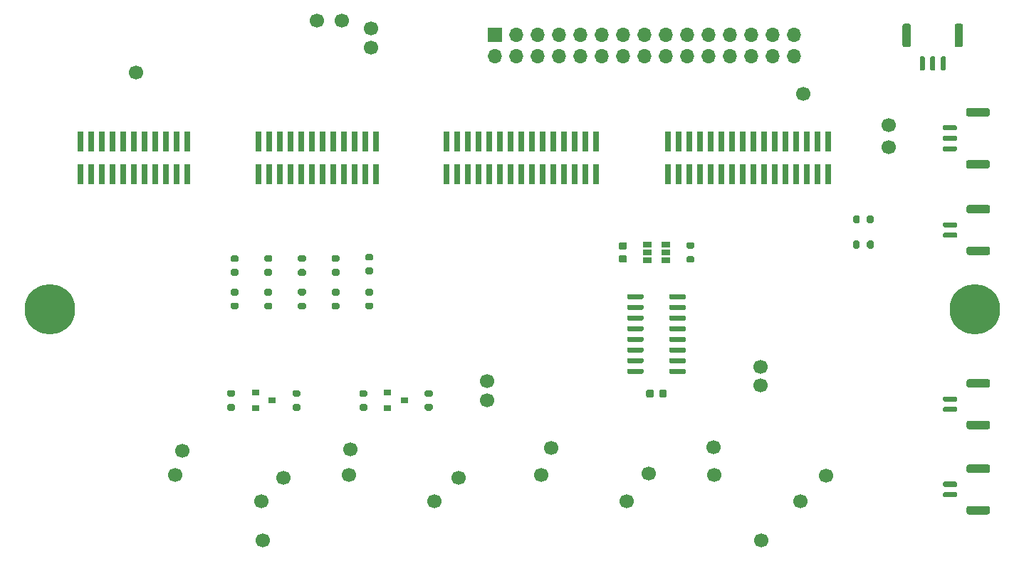
<source format=gbr>
%TF.GenerationSoftware,KiCad,Pcbnew,5.1.10-88a1d61d58~90~ubuntu20.04.1*%
%TF.CreationDate,2021-08-26T11:56:54+08:00*%
%TF.ProjectId,Syrostan-Ext-DIO,5379726f-7374-4616-9e2d-4578742d4449,rev?*%
%TF.SameCoordinates,Original*%
%TF.FileFunction,Soldermask,Bot*%
%TF.FilePolarity,Negative*%
%FSLAX46Y46*%
G04 Gerber Fmt 4.6, Leading zero omitted, Abs format (unit mm)*
G04 Created by KiCad (PCBNEW 5.1.10-88a1d61d58~90~ubuntu20.04.1) date 2021-08-26 11:56:54*
%MOMM*%
%LPD*%
G01*
G04 APERTURE LIST*
%ADD10C,6.000000*%
%ADD11R,0.740000X2.400000*%
%ADD12R,1.060000X0.650000*%
%ADD13R,0.900000X0.800000*%
%ADD14O,1.700000X1.700000*%
%ADD15R,1.700000X1.700000*%
%ADD16C,1.700000*%
G04 APERTURE END LIST*
D10*
%TO.C,REF\u002A\u002A*%
X210000000Y-104199969D03*
%TD*%
%TO.C,REF\u002A\u002A*%
X100000000Y-104199969D03*
%TD*%
D11*
%TO.C,J2*%
X165006666Y-88149969D03*
X165006666Y-84249969D03*
X163736666Y-88149969D03*
X163736666Y-84249969D03*
X162466666Y-88149969D03*
X162466666Y-84249969D03*
X161196666Y-88149969D03*
X161196666Y-84249969D03*
X159926666Y-88149969D03*
X159926666Y-84249969D03*
X158656666Y-88149969D03*
X158656666Y-84249969D03*
X157386666Y-88149969D03*
X157386666Y-84249969D03*
X156116666Y-88149969D03*
X156116666Y-84249969D03*
X154846666Y-88149969D03*
X154846666Y-84249969D03*
X153576666Y-88149969D03*
X153576666Y-84249969D03*
X152306666Y-88149969D03*
X152306666Y-84249969D03*
X151036666Y-88149969D03*
X151036666Y-84249969D03*
X149766666Y-88149969D03*
X149766666Y-84249969D03*
X148496666Y-88149969D03*
X148496666Y-84249969D03*
X147226666Y-88149969D03*
X147226666Y-84249969D03*
%TD*%
D12*
%TO.C,U2*%
X171060000Y-97440000D03*
X171060000Y-96490000D03*
X171060000Y-98390000D03*
X173260000Y-98390000D03*
X173260000Y-97440000D03*
X173260000Y-96490000D03*
%TD*%
%TO.C,R17*%
G36*
G01*
X137025000Y-115485000D02*
X137575000Y-115485000D01*
G75*
G02*
X137775000Y-115685000I0J-200000D01*
G01*
X137775000Y-116085000D01*
G75*
G02*
X137575000Y-116285000I-200000J0D01*
G01*
X137025000Y-116285000D01*
G75*
G02*
X136825000Y-116085000I0J200000D01*
G01*
X136825000Y-115685000D01*
G75*
G02*
X137025000Y-115485000I200000J0D01*
G01*
G37*
G36*
G01*
X137025000Y-113835000D02*
X137575000Y-113835000D01*
G75*
G02*
X137775000Y-114035000I0J-200000D01*
G01*
X137775000Y-114435000D01*
G75*
G02*
X137575000Y-114635000I-200000J0D01*
G01*
X137025000Y-114635000D01*
G75*
G02*
X136825000Y-114435000I0J200000D01*
G01*
X136825000Y-114035000D01*
G75*
G02*
X137025000Y-113835000I200000J0D01*
G01*
G37*
%TD*%
%TO.C,R16*%
G36*
G01*
X121305000Y-115485000D02*
X121855000Y-115485000D01*
G75*
G02*
X122055000Y-115685000I0J-200000D01*
G01*
X122055000Y-116085000D01*
G75*
G02*
X121855000Y-116285000I-200000J0D01*
G01*
X121305000Y-116285000D01*
G75*
G02*
X121105000Y-116085000I0J200000D01*
G01*
X121105000Y-115685000D01*
G75*
G02*
X121305000Y-115485000I200000J0D01*
G01*
G37*
G36*
G01*
X121305000Y-113835000D02*
X121855000Y-113835000D01*
G75*
G02*
X122055000Y-114035000I0J-200000D01*
G01*
X122055000Y-114435000D01*
G75*
G02*
X121855000Y-114635000I-200000J0D01*
G01*
X121305000Y-114635000D01*
G75*
G02*
X121105000Y-114435000I0J200000D01*
G01*
X121105000Y-114035000D01*
G75*
G02*
X121305000Y-113835000I200000J0D01*
G01*
G37*
%TD*%
%TO.C,R15*%
G36*
G01*
X145345000Y-114635000D02*
X144795000Y-114635000D01*
G75*
G02*
X144595000Y-114435000I0J200000D01*
G01*
X144595000Y-114035000D01*
G75*
G02*
X144795000Y-113835000I200000J0D01*
G01*
X145345000Y-113835000D01*
G75*
G02*
X145545000Y-114035000I0J-200000D01*
G01*
X145545000Y-114435000D01*
G75*
G02*
X145345000Y-114635000I-200000J0D01*
G01*
G37*
G36*
G01*
X145345000Y-116285000D02*
X144795000Y-116285000D01*
G75*
G02*
X144595000Y-116085000I0J200000D01*
G01*
X144595000Y-115685000D01*
G75*
G02*
X144795000Y-115485000I200000J0D01*
G01*
X145345000Y-115485000D01*
G75*
G02*
X145545000Y-115685000I0J-200000D01*
G01*
X145545000Y-116085000D01*
G75*
G02*
X145345000Y-116285000I-200000J0D01*
G01*
G37*
%TD*%
%TO.C,R14*%
G36*
G01*
X129625000Y-114635000D02*
X129075000Y-114635000D01*
G75*
G02*
X128875000Y-114435000I0J200000D01*
G01*
X128875000Y-114035000D01*
G75*
G02*
X129075000Y-113835000I200000J0D01*
G01*
X129625000Y-113835000D01*
G75*
G02*
X129825000Y-114035000I0J-200000D01*
G01*
X129825000Y-114435000D01*
G75*
G02*
X129625000Y-114635000I-200000J0D01*
G01*
G37*
G36*
G01*
X129625000Y-116285000D02*
X129075000Y-116285000D01*
G75*
G02*
X128875000Y-116085000I0J200000D01*
G01*
X128875000Y-115685000D01*
G75*
G02*
X129075000Y-115485000I200000J0D01*
G01*
X129625000Y-115485000D01*
G75*
G02*
X129825000Y-115685000I0J-200000D01*
G01*
X129825000Y-116085000D01*
G75*
G02*
X129625000Y-116285000I-200000J0D01*
G01*
G37*
%TD*%
%TO.C,R13*%
G36*
G01*
X176445000Y-97015000D02*
X175895000Y-97015000D01*
G75*
G02*
X175695000Y-96815000I0J200000D01*
G01*
X175695000Y-96415000D01*
G75*
G02*
X175895000Y-96215000I200000J0D01*
G01*
X176445000Y-96215000D01*
G75*
G02*
X176645000Y-96415000I0J-200000D01*
G01*
X176645000Y-96815000D01*
G75*
G02*
X176445000Y-97015000I-200000J0D01*
G01*
G37*
G36*
G01*
X176445000Y-98665000D02*
X175895000Y-98665000D01*
G75*
G02*
X175695000Y-98465000I0J200000D01*
G01*
X175695000Y-98065000D01*
G75*
G02*
X175895000Y-97865000I200000J0D01*
G01*
X176445000Y-97865000D01*
G75*
G02*
X176645000Y-98065000I0J-200000D01*
G01*
X176645000Y-98465000D01*
G75*
G02*
X176445000Y-98665000I-200000J0D01*
G01*
G37*
%TD*%
D13*
%TO.C,Q2*%
X142185000Y-115060000D03*
X140185000Y-114110000D03*
X140185000Y-116010000D03*
%TD*%
%TO.C,Q1*%
X126465000Y-115060000D03*
X124465000Y-114110000D03*
X124465000Y-116010000D03*
%TD*%
%TO.C,C1*%
G36*
G01*
X168400000Y-97115000D02*
X167900000Y-97115000D01*
G75*
G02*
X167675000Y-96890000I0J225000D01*
G01*
X167675000Y-96440000D01*
G75*
G02*
X167900000Y-96215000I225000J0D01*
G01*
X168400000Y-96215000D01*
G75*
G02*
X168625000Y-96440000I0J-225000D01*
G01*
X168625000Y-96890000D01*
G75*
G02*
X168400000Y-97115000I-225000J0D01*
G01*
G37*
G36*
G01*
X168400000Y-98665000D02*
X167900000Y-98665000D01*
G75*
G02*
X167675000Y-98440000I0J225000D01*
G01*
X167675000Y-97990000D01*
G75*
G02*
X167900000Y-97765000I225000J0D01*
G01*
X168400000Y-97765000D01*
G75*
G02*
X168625000Y-97990000I0J-225000D01*
G01*
X168625000Y-98440000D01*
G75*
G02*
X168400000Y-98665000I-225000J0D01*
G01*
G37*
%TD*%
%TO.C,J10*%
G36*
G01*
X211570000Y-92799969D02*
X209270000Y-92799969D01*
G75*
G02*
X209020000Y-92549969I0J250000D01*
G01*
X209020000Y-92049969D01*
G75*
G02*
X209270000Y-91799969I250000J0D01*
G01*
X211570000Y-91799969D01*
G75*
G02*
X211820000Y-92049969I0J-250000D01*
G01*
X211820000Y-92549969D01*
G75*
G02*
X211570000Y-92799969I-250000J0D01*
G01*
G37*
G36*
G01*
X211570000Y-97749969D02*
X209270000Y-97749969D01*
G75*
G02*
X209020000Y-97499969I0J250000D01*
G01*
X209020000Y-96999969D01*
G75*
G02*
X209270000Y-96749969I250000J0D01*
G01*
X211570000Y-96749969D01*
G75*
G02*
X211820000Y-96999969I0J-250000D01*
G01*
X211820000Y-97499969D01*
G75*
G02*
X211570000Y-97749969I-250000J0D01*
G01*
G37*
G36*
G01*
X207770000Y-94449969D02*
X206370000Y-94449969D01*
G75*
G02*
X206220000Y-94299969I0J150000D01*
G01*
X206220000Y-93999969D01*
G75*
G02*
X206370000Y-93849969I150000J0D01*
G01*
X207770000Y-93849969D01*
G75*
G02*
X207920000Y-93999969I0J-150000D01*
G01*
X207920000Y-94299969D01*
G75*
G02*
X207770000Y-94449969I-150000J0D01*
G01*
G37*
G36*
G01*
X207770000Y-95699969D02*
X206370000Y-95699969D01*
G75*
G02*
X206220000Y-95549969I0J150000D01*
G01*
X206220000Y-95249969D01*
G75*
G02*
X206370000Y-95099969I150000J0D01*
G01*
X207770000Y-95099969D01*
G75*
G02*
X207920000Y-95249969I0J-150000D01*
G01*
X207920000Y-95549969D01*
G75*
G02*
X207770000Y-95699969I-150000J0D01*
G01*
G37*
%TD*%
%TO.C,J9*%
G36*
G01*
X211560000Y-113538334D02*
X209260000Y-113538334D01*
G75*
G02*
X209010000Y-113288334I0J250000D01*
G01*
X209010000Y-112788334D01*
G75*
G02*
X209260000Y-112538334I250000J0D01*
G01*
X211560000Y-112538334D01*
G75*
G02*
X211810000Y-112788334I0J-250000D01*
G01*
X211810000Y-113288334D01*
G75*
G02*
X211560000Y-113538334I-250000J0D01*
G01*
G37*
G36*
G01*
X211560000Y-118488334D02*
X209260000Y-118488334D01*
G75*
G02*
X209010000Y-118238334I0J250000D01*
G01*
X209010000Y-117738334D01*
G75*
G02*
X209260000Y-117488334I250000J0D01*
G01*
X211560000Y-117488334D01*
G75*
G02*
X211810000Y-117738334I0J-250000D01*
G01*
X211810000Y-118238334D01*
G75*
G02*
X211560000Y-118488334I-250000J0D01*
G01*
G37*
G36*
G01*
X207760000Y-115188334D02*
X206360000Y-115188334D01*
G75*
G02*
X206210000Y-115038334I0J150000D01*
G01*
X206210000Y-114738334D01*
G75*
G02*
X206360000Y-114588334I150000J0D01*
G01*
X207760000Y-114588334D01*
G75*
G02*
X207910000Y-114738334I0J-150000D01*
G01*
X207910000Y-115038334D01*
G75*
G02*
X207760000Y-115188334I-150000J0D01*
G01*
G37*
G36*
G01*
X207760000Y-116438334D02*
X206360000Y-116438334D01*
G75*
G02*
X206210000Y-116288334I0J150000D01*
G01*
X206210000Y-115988334D01*
G75*
G02*
X206360000Y-115838334I150000J0D01*
G01*
X207760000Y-115838334D01*
G75*
G02*
X207910000Y-115988334I0J-150000D01*
G01*
X207910000Y-116288334D01*
G75*
G02*
X207760000Y-116438334I-150000J0D01*
G01*
G37*
%TD*%
%TO.C,J8*%
G36*
G01*
X211560000Y-123695000D02*
X209260000Y-123695000D01*
G75*
G02*
X209010000Y-123445000I0J250000D01*
G01*
X209010000Y-122945000D01*
G75*
G02*
X209260000Y-122695000I250000J0D01*
G01*
X211560000Y-122695000D01*
G75*
G02*
X211810000Y-122945000I0J-250000D01*
G01*
X211810000Y-123445000D01*
G75*
G02*
X211560000Y-123695000I-250000J0D01*
G01*
G37*
G36*
G01*
X211560000Y-128645000D02*
X209260000Y-128645000D01*
G75*
G02*
X209010000Y-128395000I0J250000D01*
G01*
X209010000Y-127895000D01*
G75*
G02*
X209260000Y-127645000I250000J0D01*
G01*
X211560000Y-127645000D01*
G75*
G02*
X211810000Y-127895000I0J-250000D01*
G01*
X211810000Y-128395000D01*
G75*
G02*
X211560000Y-128645000I-250000J0D01*
G01*
G37*
G36*
G01*
X207760000Y-125345000D02*
X206360000Y-125345000D01*
G75*
G02*
X206210000Y-125195000I0J150000D01*
G01*
X206210000Y-124895000D01*
G75*
G02*
X206360000Y-124745000I150000J0D01*
G01*
X207760000Y-124745000D01*
G75*
G02*
X207910000Y-124895000I0J-150000D01*
G01*
X207910000Y-125195000D01*
G75*
G02*
X207760000Y-125345000I-150000J0D01*
G01*
G37*
G36*
G01*
X207760000Y-126595000D02*
X206360000Y-126595000D01*
G75*
G02*
X206210000Y-126445000I0J150000D01*
G01*
X206210000Y-126145000D01*
G75*
G02*
X206360000Y-125995000I150000J0D01*
G01*
X207760000Y-125995000D01*
G75*
G02*
X207910000Y-126145000I0J-150000D01*
G01*
X207910000Y-126445000D01*
G75*
G02*
X207760000Y-126595000I-150000J0D01*
G01*
G37*
%TD*%
%TO.C,J7*%
G36*
G01*
X202400000Y-70450000D02*
X202400000Y-72750000D01*
G75*
G02*
X202150000Y-73000000I-250000J0D01*
G01*
X201650000Y-73000000D01*
G75*
G02*
X201400000Y-72750000I0J250000D01*
G01*
X201400000Y-70450000D01*
G75*
G02*
X201650000Y-70200000I250000J0D01*
G01*
X202150000Y-70200000D01*
G75*
G02*
X202400000Y-70450000I0J-250000D01*
G01*
G37*
G36*
G01*
X208600000Y-70450000D02*
X208600000Y-72750000D01*
G75*
G02*
X208350000Y-73000000I-250000J0D01*
G01*
X207850000Y-73000000D01*
G75*
G02*
X207600000Y-72750000I0J250000D01*
G01*
X207600000Y-70450000D01*
G75*
G02*
X207850000Y-70200000I250000J0D01*
G01*
X208350000Y-70200000D01*
G75*
G02*
X208600000Y-70450000I0J-250000D01*
G01*
G37*
G36*
G01*
X204050000Y-74250000D02*
X204050000Y-75650000D01*
G75*
G02*
X203900000Y-75800000I-150000J0D01*
G01*
X203600000Y-75800000D01*
G75*
G02*
X203450000Y-75650000I0J150000D01*
G01*
X203450000Y-74250000D01*
G75*
G02*
X203600000Y-74100000I150000J0D01*
G01*
X203900000Y-74100000D01*
G75*
G02*
X204050000Y-74250000I0J-150000D01*
G01*
G37*
G36*
G01*
X205300000Y-74250000D02*
X205300000Y-75650000D01*
G75*
G02*
X205150000Y-75800000I-150000J0D01*
G01*
X204850000Y-75800000D01*
G75*
G02*
X204700000Y-75650000I0J150000D01*
G01*
X204700000Y-74250000D01*
G75*
G02*
X204850000Y-74100000I150000J0D01*
G01*
X205150000Y-74100000D01*
G75*
G02*
X205300000Y-74250000I0J-150000D01*
G01*
G37*
G36*
G01*
X206550000Y-74250000D02*
X206550000Y-75650000D01*
G75*
G02*
X206400000Y-75800000I-150000J0D01*
G01*
X206100000Y-75800000D01*
G75*
G02*
X205950000Y-75650000I0J150000D01*
G01*
X205950000Y-74250000D01*
G75*
G02*
X206100000Y-74100000I150000J0D01*
G01*
X206400000Y-74100000D01*
G75*
G02*
X206550000Y-74250000I0J-150000D01*
G01*
G37*
%TD*%
%TO.C,J6*%
G36*
G01*
X211520000Y-81250000D02*
X209220000Y-81250000D01*
G75*
G02*
X208970000Y-81000000I0J250000D01*
G01*
X208970000Y-80500000D01*
G75*
G02*
X209220000Y-80250000I250000J0D01*
G01*
X211520000Y-80250000D01*
G75*
G02*
X211770000Y-80500000I0J-250000D01*
G01*
X211770000Y-81000000D01*
G75*
G02*
X211520000Y-81250000I-250000J0D01*
G01*
G37*
G36*
G01*
X211520000Y-87450000D02*
X209220000Y-87450000D01*
G75*
G02*
X208970000Y-87200000I0J250000D01*
G01*
X208970000Y-86700000D01*
G75*
G02*
X209220000Y-86450000I250000J0D01*
G01*
X211520000Y-86450000D01*
G75*
G02*
X211770000Y-86700000I0J-250000D01*
G01*
X211770000Y-87200000D01*
G75*
G02*
X211520000Y-87450000I-250000J0D01*
G01*
G37*
G36*
G01*
X207720000Y-82900000D02*
X206320000Y-82900000D01*
G75*
G02*
X206170000Y-82750000I0J150000D01*
G01*
X206170000Y-82450000D01*
G75*
G02*
X206320000Y-82300000I150000J0D01*
G01*
X207720000Y-82300000D01*
G75*
G02*
X207870000Y-82450000I0J-150000D01*
G01*
X207870000Y-82750000D01*
G75*
G02*
X207720000Y-82900000I-150000J0D01*
G01*
G37*
G36*
G01*
X207720000Y-84150000D02*
X206320000Y-84150000D01*
G75*
G02*
X206170000Y-84000000I0J150000D01*
G01*
X206170000Y-83700000D01*
G75*
G02*
X206320000Y-83550000I150000J0D01*
G01*
X207720000Y-83550000D01*
G75*
G02*
X207870000Y-83700000I0J-150000D01*
G01*
X207870000Y-84000000D01*
G75*
G02*
X207720000Y-84150000I-150000J0D01*
G01*
G37*
G36*
G01*
X207720000Y-85400000D02*
X206320000Y-85400000D01*
G75*
G02*
X206170000Y-85250000I0J150000D01*
G01*
X206170000Y-84950000D01*
G75*
G02*
X206320000Y-84800000I150000J0D01*
G01*
X207720000Y-84800000D01*
G75*
G02*
X207870000Y-84950000I0J-150000D01*
G01*
X207870000Y-85250000D01*
G75*
G02*
X207720000Y-85400000I-150000J0D01*
G01*
G37*
%TD*%
D11*
%TO.C,J5*%
X192525000Y-88149969D03*
X192525000Y-84249969D03*
X191255000Y-88149969D03*
X191255000Y-84249969D03*
X189985000Y-88149969D03*
X189985000Y-84249969D03*
X188715000Y-88149969D03*
X188715000Y-84249969D03*
X187445000Y-88149969D03*
X187445000Y-84249969D03*
X186175000Y-88149969D03*
X186175000Y-84249969D03*
X184905000Y-88149969D03*
X184905000Y-84249969D03*
X183635000Y-88149969D03*
X183635000Y-84249969D03*
X182365000Y-88149969D03*
X182365000Y-84249969D03*
X181095000Y-88149969D03*
X181095000Y-84249969D03*
X179825000Y-88149969D03*
X179825000Y-84249969D03*
X178555000Y-88149969D03*
X178555000Y-84249969D03*
X177285000Y-88149969D03*
X177285000Y-84249969D03*
X176015000Y-88149969D03*
X176015000Y-84249969D03*
X174745000Y-88149969D03*
X174745000Y-84249969D03*
X173475000Y-88149969D03*
X173475000Y-84249969D03*
%TD*%
%TO.C,R12*%
G36*
G01*
X197175000Y-93775000D02*
X197175000Y-93225000D01*
G75*
G02*
X197375000Y-93025000I200000J0D01*
G01*
X197775000Y-93025000D01*
G75*
G02*
X197975000Y-93225000I0J-200000D01*
G01*
X197975000Y-93775000D01*
G75*
G02*
X197775000Y-93975000I-200000J0D01*
G01*
X197375000Y-93975000D01*
G75*
G02*
X197175000Y-93775000I0J200000D01*
G01*
G37*
G36*
G01*
X195525000Y-93775000D02*
X195525000Y-93225000D01*
G75*
G02*
X195725000Y-93025000I200000J0D01*
G01*
X196125000Y-93025000D01*
G75*
G02*
X196325000Y-93225000I0J-200000D01*
G01*
X196325000Y-93775000D01*
G75*
G02*
X196125000Y-93975000I-200000J0D01*
G01*
X195725000Y-93975000D01*
G75*
G02*
X195525000Y-93775000I0J200000D01*
G01*
G37*
%TD*%
%TO.C,R11*%
G36*
G01*
X197175000Y-96775000D02*
X197175000Y-96225000D01*
G75*
G02*
X197375000Y-96025000I200000J0D01*
G01*
X197775000Y-96025000D01*
G75*
G02*
X197975000Y-96225000I0J-200000D01*
G01*
X197975000Y-96775000D01*
G75*
G02*
X197775000Y-96975000I-200000J0D01*
G01*
X197375000Y-96975000D01*
G75*
G02*
X197175000Y-96775000I0J200000D01*
G01*
G37*
G36*
G01*
X195525000Y-96775000D02*
X195525000Y-96225000D01*
G75*
G02*
X195725000Y-96025000I200000J0D01*
G01*
X196125000Y-96025000D01*
G75*
G02*
X196325000Y-96225000I0J-200000D01*
G01*
X196325000Y-96775000D01*
G75*
G02*
X196125000Y-96975000I-200000J0D01*
G01*
X195725000Y-96975000D01*
G75*
G02*
X195525000Y-96775000I0J200000D01*
G01*
G37*
%TD*%
%TO.C,U1*%
G36*
G01*
X173649969Y-111734969D02*
X173649969Y-111434969D01*
G75*
G02*
X173799969Y-111284969I150000J0D01*
G01*
X175499969Y-111284969D01*
G75*
G02*
X175649969Y-111434969I0J-150000D01*
G01*
X175649969Y-111734969D01*
G75*
G02*
X175499969Y-111884969I-150000J0D01*
G01*
X173799969Y-111884969D01*
G75*
G02*
X173649969Y-111734969I0J150000D01*
G01*
G37*
G36*
G01*
X173649969Y-110464969D02*
X173649969Y-110164969D01*
G75*
G02*
X173799969Y-110014969I150000J0D01*
G01*
X175499969Y-110014969D01*
G75*
G02*
X175649969Y-110164969I0J-150000D01*
G01*
X175649969Y-110464969D01*
G75*
G02*
X175499969Y-110614969I-150000J0D01*
G01*
X173799969Y-110614969D01*
G75*
G02*
X173649969Y-110464969I0J150000D01*
G01*
G37*
G36*
G01*
X173649969Y-109194969D02*
X173649969Y-108894969D01*
G75*
G02*
X173799969Y-108744969I150000J0D01*
G01*
X175499969Y-108744969D01*
G75*
G02*
X175649969Y-108894969I0J-150000D01*
G01*
X175649969Y-109194969D01*
G75*
G02*
X175499969Y-109344969I-150000J0D01*
G01*
X173799969Y-109344969D01*
G75*
G02*
X173649969Y-109194969I0J150000D01*
G01*
G37*
G36*
G01*
X173649969Y-107924969D02*
X173649969Y-107624969D01*
G75*
G02*
X173799969Y-107474969I150000J0D01*
G01*
X175499969Y-107474969D01*
G75*
G02*
X175649969Y-107624969I0J-150000D01*
G01*
X175649969Y-107924969D01*
G75*
G02*
X175499969Y-108074969I-150000J0D01*
G01*
X173799969Y-108074969D01*
G75*
G02*
X173649969Y-107924969I0J150000D01*
G01*
G37*
G36*
G01*
X173649969Y-106654969D02*
X173649969Y-106354969D01*
G75*
G02*
X173799969Y-106204969I150000J0D01*
G01*
X175499969Y-106204969D01*
G75*
G02*
X175649969Y-106354969I0J-150000D01*
G01*
X175649969Y-106654969D01*
G75*
G02*
X175499969Y-106804969I-150000J0D01*
G01*
X173799969Y-106804969D01*
G75*
G02*
X173649969Y-106654969I0J150000D01*
G01*
G37*
G36*
G01*
X173649969Y-105384969D02*
X173649969Y-105084969D01*
G75*
G02*
X173799969Y-104934969I150000J0D01*
G01*
X175499969Y-104934969D01*
G75*
G02*
X175649969Y-105084969I0J-150000D01*
G01*
X175649969Y-105384969D01*
G75*
G02*
X175499969Y-105534969I-150000J0D01*
G01*
X173799969Y-105534969D01*
G75*
G02*
X173649969Y-105384969I0J150000D01*
G01*
G37*
G36*
G01*
X173649969Y-104114969D02*
X173649969Y-103814969D01*
G75*
G02*
X173799969Y-103664969I150000J0D01*
G01*
X175499969Y-103664969D01*
G75*
G02*
X175649969Y-103814969I0J-150000D01*
G01*
X175649969Y-104114969D01*
G75*
G02*
X175499969Y-104264969I-150000J0D01*
G01*
X173799969Y-104264969D01*
G75*
G02*
X173649969Y-104114969I0J150000D01*
G01*
G37*
G36*
G01*
X173649969Y-102844969D02*
X173649969Y-102544969D01*
G75*
G02*
X173799969Y-102394969I150000J0D01*
G01*
X175499969Y-102394969D01*
G75*
G02*
X175649969Y-102544969I0J-150000D01*
G01*
X175649969Y-102844969D01*
G75*
G02*
X175499969Y-102994969I-150000J0D01*
G01*
X173799969Y-102994969D01*
G75*
G02*
X173649969Y-102844969I0J150000D01*
G01*
G37*
G36*
G01*
X168649969Y-102844969D02*
X168649969Y-102544969D01*
G75*
G02*
X168799969Y-102394969I150000J0D01*
G01*
X170499969Y-102394969D01*
G75*
G02*
X170649969Y-102544969I0J-150000D01*
G01*
X170649969Y-102844969D01*
G75*
G02*
X170499969Y-102994969I-150000J0D01*
G01*
X168799969Y-102994969D01*
G75*
G02*
X168649969Y-102844969I0J150000D01*
G01*
G37*
G36*
G01*
X168649969Y-104114969D02*
X168649969Y-103814969D01*
G75*
G02*
X168799969Y-103664969I150000J0D01*
G01*
X170499969Y-103664969D01*
G75*
G02*
X170649969Y-103814969I0J-150000D01*
G01*
X170649969Y-104114969D01*
G75*
G02*
X170499969Y-104264969I-150000J0D01*
G01*
X168799969Y-104264969D01*
G75*
G02*
X168649969Y-104114969I0J150000D01*
G01*
G37*
G36*
G01*
X168649969Y-105384969D02*
X168649969Y-105084969D01*
G75*
G02*
X168799969Y-104934969I150000J0D01*
G01*
X170499969Y-104934969D01*
G75*
G02*
X170649969Y-105084969I0J-150000D01*
G01*
X170649969Y-105384969D01*
G75*
G02*
X170499969Y-105534969I-150000J0D01*
G01*
X168799969Y-105534969D01*
G75*
G02*
X168649969Y-105384969I0J150000D01*
G01*
G37*
G36*
G01*
X168649969Y-106654969D02*
X168649969Y-106354969D01*
G75*
G02*
X168799969Y-106204969I150000J0D01*
G01*
X170499969Y-106204969D01*
G75*
G02*
X170649969Y-106354969I0J-150000D01*
G01*
X170649969Y-106654969D01*
G75*
G02*
X170499969Y-106804969I-150000J0D01*
G01*
X168799969Y-106804969D01*
G75*
G02*
X168649969Y-106654969I0J150000D01*
G01*
G37*
G36*
G01*
X168649969Y-107924969D02*
X168649969Y-107624969D01*
G75*
G02*
X168799969Y-107474969I150000J0D01*
G01*
X170499969Y-107474969D01*
G75*
G02*
X170649969Y-107624969I0J-150000D01*
G01*
X170649969Y-107924969D01*
G75*
G02*
X170499969Y-108074969I-150000J0D01*
G01*
X168799969Y-108074969D01*
G75*
G02*
X168649969Y-107924969I0J150000D01*
G01*
G37*
G36*
G01*
X168649969Y-109194969D02*
X168649969Y-108894969D01*
G75*
G02*
X168799969Y-108744969I150000J0D01*
G01*
X170499969Y-108744969D01*
G75*
G02*
X170649969Y-108894969I0J-150000D01*
G01*
X170649969Y-109194969D01*
G75*
G02*
X170499969Y-109344969I-150000J0D01*
G01*
X168799969Y-109344969D01*
G75*
G02*
X168649969Y-109194969I0J150000D01*
G01*
G37*
G36*
G01*
X168649969Y-110464969D02*
X168649969Y-110164969D01*
G75*
G02*
X168799969Y-110014969I150000J0D01*
G01*
X170499969Y-110014969D01*
G75*
G02*
X170649969Y-110164969I0J-150000D01*
G01*
X170649969Y-110464969D01*
G75*
G02*
X170499969Y-110614969I-150000J0D01*
G01*
X168799969Y-110614969D01*
G75*
G02*
X168649969Y-110464969I0J150000D01*
G01*
G37*
G36*
G01*
X168649969Y-111734969D02*
X168649969Y-111434969D01*
G75*
G02*
X168799969Y-111284969I150000J0D01*
G01*
X170499969Y-111284969D01*
G75*
G02*
X170649969Y-111434969I0J-150000D01*
G01*
X170649969Y-111734969D01*
G75*
G02*
X170499969Y-111884969I-150000J0D01*
G01*
X168799969Y-111884969D01*
G75*
G02*
X168649969Y-111734969I0J150000D01*
G01*
G37*
%TD*%
%TO.C,C4*%
G36*
G01*
X171824969Y-114000000D02*
X171824969Y-114500000D01*
G75*
G02*
X171599969Y-114725000I-225000J0D01*
G01*
X171149969Y-114725000D01*
G75*
G02*
X170924969Y-114500000I0J225000D01*
G01*
X170924969Y-114000000D01*
G75*
G02*
X171149969Y-113775000I225000J0D01*
G01*
X171599969Y-113775000D01*
G75*
G02*
X171824969Y-114000000I0J-225000D01*
G01*
G37*
G36*
G01*
X173374969Y-114000000D02*
X173374969Y-114500000D01*
G75*
G02*
X173149969Y-114725000I-225000J0D01*
G01*
X172699969Y-114725000D01*
G75*
G02*
X172474969Y-114500000I0J225000D01*
G01*
X172474969Y-114000000D01*
G75*
G02*
X172699969Y-113775000I225000J0D01*
G01*
X173149969Y-113775000D01*
G75*
G02*
X173374969Y-114000000I0J-225000D01*
G01*
G37*
%TD*%
%TO.C,R10*%
G36*
G01*
X137725000Y-103425000D02*
X138275000Y-103425000D01*
G75*
G02*
X138475000Y-103625000I0J-200000D01*
G01*
X138475000Y-104025000D01*
G75*
G02*
X138275000Y-104225000I-200000J0D01*
G01*
X137725000Y-104225000D01*
G75*
G02*
X137525000Y-104025000I0J200000D01*
G01*
X137525000Y-103625000D01*
G75*
G02*
X137725000Y-103425000I200000J0D01*
G01*
G37*
G36*
G01*
X137725000Y-101775000D02*
X138275000Y-101775000D01*
G75*
G02*
X138475000Y-101975000I0J-200000D01*
G01*
X138475000Y-102375000D01*
G75*
G02*
X138275000Y-102575000I-200000J0D01*
G01*
X137725000Y-102575000D01*
G75*
G02*
X137525000Y-102375000I0J200000D01*
G01*
X137525000Y-101975000D01*
G75*
G02*
X137725000Y-101775000I200000J0D01*
G01*
G37*
%TD*%
%TO.C,R9*%
G36*
G01*
X121725000Y-103425000D02*
X122275000Y-103425000D01*
G75*
G02*
X122475000Y-103625000I0J-200000D01*
G01*
X122475000Y-104025000D01*
G75*
G02*
X122275000Y-104225000I-200000J0D01*
G01*
X121725000Y-104225000D01*
G75*
G02*
X121525000Y-104025000I0J200000D01*
G01*
X121525000Y-103625000D01*
G75*
G02*
X121725000Y-103425000I200000J0D01*
G01*
G37*
G36*
G01*
X121725000Y-101775000D02*
X122275000Y-101775000D01*
G75*
G02*
X122475000Y-101975000I0J-200000D01*
G01*
X122475000Y-102375000D01*
G75*
G02*
X122275000Y-102575000I-200000J0D01*
G01*
X121725000Y-102575000D01*
G75*
G02*
X121525000Y-102375000I0J200000D01*
G01*
X121525000Y-101975000D01*
G75*
G02*
X121725000Y-101775000I200000J0D01*
G01*
G37*
%TD*%
%TO.C,R8*%
G36*
G01*
X137725000Y-99250000D02*
X138275000Y-99250000D01*
G75*
G02*
X138475000Y-99450000I0J-200000D01*
G01*
X138475000Y-99850000D01*
G75*
G02*
X138275000Y-100050000I-200000J0D01*
G01*
X137725000Y-100050000D01*
G75*
G02*
X137525000Y-99850000I0J200000D01*
G01*
X137525000Y-99450000D01*
G75*
G02*
X137725000Y-99250000I200000J0D01*
G01*
G37*
G36*
G01*
X137725000Y-97600000D02*
X138275000Y-97600000D01*
G75*
G02*
X138475000Y-97800000I0J-200000D01*
G01*
X138475000Y-98200000D01*
G75*
G02*
X138275000Y-98400000I-200000J0D01*
G01*
X137725000Y-98400000D01*
G75*
G02*
X137525000Y-98200000I0J200000D01*
G01*
X137525000Y-97800000D01*
G75*
G02*
X137725000Y-97600000I200000J0D01*
G01*
G37*
%TD*%
%TO.C,R7*%
G36*
G01*
X121725000Y-99425000D02*
X122275000Y-99425000D01*
G75*
G02*
X122475000Y-99625000I0J-200000D01*
G01*
X122475000Y-100025000D01*
G75*
G02*
X122275000Y-100225000I-200000J0D01*
G01*
X121725000Y-100225000D01*
G75*
G02*
X121525000Y-100025000I0J200000D01*
G01*
X121525000Y-99625000D01*
G75*
G02*
X121725000Y-99425000I200000J0D01*
G01*
G37*
G36*
G01*
X121725000Y-97775000D02*
X122275000Y-97775000D01*
G75*
G02*
X122475000Y-97975000I0J-200000D01*
G01*
X122475000Y-98375000D01*
G75*
G02*
X122275000Y-98575000I-200000J0D01*
G01*
X121725000Y-98575000D01*
G75*
G02*
X121525000Y-98375000I0J200000D01*
G01*
X121525000Y-97975000D01*
G75*
G02*
X121725000Y-97775000I200000J0D01*
G01*
G37*
%TD*%
%TO.C,R6*%
G36*
G01*
X125725000Y-103425000D02*
X126275000Y-103425000D01*
G75*
G02*
X126475000Y-103625000I0J-200000D01*
G01*
X126475000Y-104025000D01*
G75*
G02*
X126275000Y-104225000I-200000J0D01*
G01*
X125725000Y-104225000D01*
G75*
G02*
X125525000Y-104025000I0J200000D01*
G01*
X125525000Y-103625000D01*
G75*
G02*
X125725000Y-103425000I200000J0D01*
G01*
G37*
G36*
G01*
X125725000Y-101775000D02*
X126275000Y-101775000D01*
G75*
G02*
X126475000Y-101975000I0J-200000D01*
G01*
X126475000Y-102375000D01*
G75*
G02*
X126275000Y-102575000I-200000J0D01*
G01*
X125725000Y-102575000D01*
G75*
G02*
X125525000Y-102375000I0J200000D01*
G01*
X125525000Y-101975000D01*
G75*
G02*
X125725000Y-101775000I200000J0D01*
G01*
G37*
%TD*%
%TO.C,R5*%
G36*
G01*
X129725000Y-103425000D02*
X130275000Y-103425000D01*
G75*
G02*
X130475000Y-103625000I0J-200000D01*
G01*
X130475000Y-104025000D01*
G75*
G02*
X130275000Y-104225000I-200000J0D01*
G01*
X129725000Y-104225000D01*
G75*
G02*
X129525000Y-104025000I0J200000D01*
G01*
X129525000Y-103625000D01*
G75*
G02*
X129725000Y-103425000I200000J0D01*
G01*
G37*
G36*
G01*
X129725000Y-101775000D02*
X130275000Y-101775000D01*
G75*
G02*
X130475000Y-101975000I0J-200000D01*
G01*
X130475000Y-102375000D01*
G75*
G02*
X130275000Y-102575000I-200000J0D01*
G01*
X129725000Y-102575000D01*
G75*
G02*
X129525000Y-102375000I0J200000D01*
G01*
X129525000Y-101975000D01*
G75*
G02*
X129725000Y-101775000I200000J0D01*
G01*
G37*
%TD*%
%TO.C,R4*%
G36*
G01*
X133725000Y-103425000D02*
X134275000Y-103425000D01*
G75*
G02*
X134475000Y-103625000I0J-200000D01*
G01*
X134475000Y-104025000D01*
G75*
G02*
X134275000Y-104225000I-200000J0D01*
G01*
X133725000Y-104225000D01*
G75*
G02*
X133525000Y-104025000I0J200000D01*
G01*
X133525000Y-103625000D01*
G75*
G02*
X133725000Y-103425000I200000J0D01*
G01*
G37*
G36*
G01*
X133725000Y-101775000D02*
X134275000Y-101775000D01*
G75*
G02*
X134475000Y-101975000I0J-200000D01*
G01*
X134475000Y-102375000D01*
G75*
G02*
X134275000Y-102575000I-200000J0D01*
G01*
X133725000Y-102575000D01*
G75*
G02*
X133525000Y-102375000I0J200000D01*
G01*
X133525000Y-101975000D01*
G75*
G02*
X133725000Y-101775000I200000J0D01*
G01*
G37*
%TD*%
%TO.C,R3*%
G36*
G01*
X125725000Y-99425000D02*
X126275000Y-99425000D01*
G75*
G02*
X126475000Y-99625000I0J-200000D01*
G01*
X126475000Y-100025000D01*
G75*
G02*
X126275000Y-100225000I-200000J0D01*
G01*
X125725000Y-100225000D01*
G75*
G02*
X125525000Y-100025000I0J200000D01*
G01*
X125525000Y-99625000D01*
G75*
G02*
X125725000Y-99425000I200000J0D01*
G01*
G37*
G36*
G01*
X125725000Y-97775000D02*
X126275000Y-97775000D01*
G75*
G02*
X126475000Y-97975000I0J-200000D01*
G01*
X126475000Y-98375000D01*
G75*
G02*
X126275000Y-98575000I-200000J0D01*
G01*
X125725000Y-98575000D01*
G75*
G02*
X125525000Y-98375000I0J200000D01*
G01*
X125525000Y-97975000D01*
G75*
G02*
X125725000Y-97775000I200000J0D01*
G01*
G37*
%TD*%
%TO.C,R2*%
G36*
G01*
X129725000Y-99425000D02*
X130275000Y-99425000D01*
G75*
G02*
X130475000Y-99625000I0J-200000D01*
G01*
X130475000Y-100025000D01*
G75*
G02*
X130275000Y-100225000I-200000J0D01*
G01*
X129725000Y-100225000D01*
G75*
G02*
X129525000Y-100025000I0J200000D01*
G01*
X129525000Y-99625000D01*
G75*
G02*
X129725000Y-99425000I200000J0D01*
G01*
G37*
G36*
G01*
X129725000Y-97775000D02*
X130275000Y-97775000D01*
G75*
G02*
X130475000Y-97975000I0J-200000D01*
G01*
X130475000Y-98375000D01*
G75*
G02*
X130275000Y-98575000I-200000J0D01*
G01*
X129725000Y-98575000D01*
G75*
G02*
X129525000Y-98375000I0J200000D01*
G01*
X129525000Y-97975000D01*
G75*
G02*
X129725000Y-97775000I200000J0D01*
G01*
G37*
%TD*%
%TO.C,R1*%
G36*
G01*
X133725000Y-99425000D02*
X134275000Y-99425000D01*
G75*
G02*
X134475000Y-99625000I0J-200000D01*
G01*
X134475000Y-100025000D01*
G75*
G02*
X134275000Y-100225000I-200000J0D01*
G01*
X133725000Y-100225000D01*
G75*
G02*
X133525000Y-100025000I0J200000D01*
G01*
X133525000Y-99625000D01*
G75*
G02*
X133725000Y-99425000I200000J0D01*
G01*
G37*
G36*
G01*
X133725000Y-97775000D02*
X134275000Y-97775000D01*
G75*
G02*
X134475000Y-97975000I0J-200000D01*
G01*
X134475000Y-98375000D01*
G75*
G02*
X134275000Y-98575000I-200000J0D01*
G01*
X133725000Y-98575000D01*
G75*
G02*
X133525000Y-98375000I0J200000D01*
G01*
X133525000Y-97975000D01*
G75*
G02*
X133725000Y-97775000I200000J0D01*
G01*
G37*
%TD*%
%TO.C,J4*%
X103650000Y-84249969D03*
X103650000Y-88149969D03*
X104920000Y-84249969D03*
X104920000Y-88149969D03*
X106190000Y-84249969D03*
X106190000Y-88149969D03*
X107460000Y-84249969D03*
X107460000Y-88149969D03*
X108730000Y-84249969D03*
X108730000Y-88149969D03*
X110000000Y-84249969D03*
X110000000Y-88149969D03*
X111270000Y-84249969D03*
X111270000Y-88149969D03*
X112540000Y-84249969D03*
X112540000Y-88149969D03*
X113810000Y-84249969D03*
X113810000Y-88149969D03*
X115080000Y-84249969D03*
X115080000Y-88149969D03*
X116350000Y-84249969D03*
X116350000Y-88149969D03*
%TD*%
%TO.C,J3*%
X124798333Y-84249969D03*
X124798333Y-88149969D03*
X126068333Y-84249969D03*
X126068333Y-88149969D03*
X127338333Y-84249969D03*
X127338333Y-88149969D03*
X128608333Y-84249969D03*
X128608333Y-88149969D03*
X129878333Y-84249969D03*
X129878333Y-88149969D03*
X131148333Y-84249969D03*
X131148333Y-88149969D03*
X132418333Y-84249969D03*
X132418333Y-88149969D03*
X133688333Y-84249969D03*
X133688333Y-88149969D03*
X134958333Y-84249969D03*
X134958333Y-88149969D03*
X136228333Y-84249969D03*
X136228333Y-88149969D03*
X137498333Y-84249969D03*
X137498333Y-88149969D03*
X138768333Y-84249969D03*
X138768333Y-88149969D03*
%TD*%
D14*
%TO.C,J1*%
X188489972Y-74072259D03*
X188489972Y-71532259D03*
X185949972Y-74072259D03*
X185949972Y-71532259D03*
X183409972Y-74072259D03*
X183409972Y-71532259D03*
X180869972Y-74072259D03*
X180869972Y-71532259D03*
X178329972Y-74072259D03*
X178329972Y-71532259D03*
X175789972Y-74072259D03*
X175789972Y-71532259D03*
X173249972Y-74072259D03*
X173249972Y-71532259D03*
X170709972Y-74072259D03*
X170709972Y-71532259D03*
X168169972Y-74072259D03*
X168169972Y-71532259D03*
X165629972Y-74072259D03*
X165629972Y-71532259D03*
X163089972Y-74072259D03*
X163089972Y-71532259D03*
X160549972Y-74072259D03*
X160549972Y-71532259D03*
X158009972Y-74072259D03*
X158009972Y-71532259D03*
X155469972Y-74072259D03*
X155469972Y-71532259D03*
X152929972Y-74072259D03*
D15*
X152929972Y-71532259D03*
%TD*%
D16*
%TO.C,TP30*%
X184621295Y-131744019D03*
%TD*%
%TO.C,TP29*%
X125378705Y-131744019D03*
%TD*%
%TO.C,TP28*%
X138249999Y-70799941D03*
%TD*%
%TO.C,TP27*%
X138249999Y-73049939D03*
%TD*%
%TO.C,TP26*%
X134750001Y-69799940D03*
%TD*%
%TO.C,TP25*%
X131749999Y-69799940D03*
%TD*%
%TO.C,TP24*%
X189575001Y-78549941D03*
%TD*%
%TO.C,TP23*%
X199750000Y-84869661D03*
%TD*%
%TO.C,TP22*%
X110249999Y-76049941D03*
%TD*%
%TO.C,TP21*%
X199750000Y-82299941D03*
%TD*%
%TO.C,TP20*%
X168632902Y-127038843D03*
%TD*%
%TO.C,TP19*%
X184500000Y-111049939D03*
%TD*%
%TO.C,TP18*%
X145732908Y-127038843D03*
%TD*%
%TO.C,TP17*%
X151999999Y-112799941D03*
%TD*%
%TO.C,TP16*%
X158460068Y-123960013D03*
%TD*%
%TO.C,TP15*%
X192300131Y-124037957D03*
%TD*%
%TO.C,TP14*%
X189232908Y-127038843D03*
%TD*%
%TO.C,TP13*%
X178914252Y-120659661D03*
%TD*%
%TO.C,TP12*%
X184500000Y-113299940D03*
%TD*%
%TO.C,TP11*%
X171218146Y-123783997D03*
%TD*%
%TO.C,TP10*%
X179060001Y-123959939D03*
%TD*%
%TO.C,TP9*%
X159635657Y-120710465D03*
%TD*%
%TO.C,TP8*%
X151999999Y-115049939D03*
%TD*%
%TO.C,TP7*%
X148604056Y-124292016D03*
%TD*%
%TO.C,TP6*%
X135560057Y-123960013D03*
%TD*%
%TO.C,TP5*%
X135759665Y-120913667D03*
%TD*%
%TO.C,TP4*%
X114960000Y-123959939D03*
%TD*%
%TO.C,TP3*%
X127784064Y-124292016D03*
%TD*%
%TO.C,TP2*%
X125132902Y-127038843D03*
%TD*%
%TO.C,TP1*%
X115769858Y-121066064D03*
%TD*%
M02*

</source>
